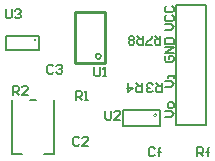
<source format=gto>
G04 Layer_Color=65535*
%FSLAX25Y25*%
%MOIN*%
G70*
G01*
G75*
%ADD17C,0.01000*%
%ADD25C,0.00394*%
%ADD26C,0.00787*%
%ADD27C,0.00591*%
%ADD28C,0.00500*%
D17*
X26221Y32953D02*
Y50118D01*
X36299D01*
Y32953D02*
Y50118D01*
X26221Y32953D02*
X36299D01*
D25*
X53543Y15748D02*
G03*
X53543Y15748I-591J0D01*
G01*
X13189Y40748D02*
G03*
X13189Y40748I-394J0D01*
G01*
D26*
X34822Y35315D02*
G03*
X34822Y35315I-885J0D01*
G01*
X59961Y52559D02*
X69961D01*
Y12559D02*
Y52559D01*
X59961Y12559D02*
Y52559D01*
Y12559D02*
X69961D01*
D27*
X54528Y12205D02*
Y17323D01*
X42323D02*
X54528D01*
X42323Y12205D02*
Y17323D01*
Y12205D02*
X54528D01*
X14173Y37402D02*
Y42126D01*
X3347D02*
X14173D01*
X3347Y37402D02*
Y42126D01*
Y37402D02*
X14173D01*
X15945Y2756D02*
X19094D01*
Y20669D01*
X5315Y2756D02*
X8465D01*
X5315D02*
Y20669D01*
X11220D02*
X13189D01*
D28*
X3150Y51031D02*
Y48531D01*
X3649Y48031D01*
X4649D01*
X5149Y48531D01*
Y51031D01*
X6149Y50531D02*
X6649Y51031D01*
X7648D01*
X8148Y50531D01*
Y50031D01*
X7648Y49531D01*
X7148D01*
X7648D01*
X8148Y49031D01*
Y48531D01*
X7648Y48031D01*
X6649D01*
X6149Y48531D01*
X36220Y17172D02*
Y14673D01*
X36720Y14173D01*
X37720D01*
X38220Y14673D01*
Y17172D01*
X41219Y14173D02*
X39219D01*
X41219Y16173D01*
Y16672D01*
X40719Y17172D01*
X39719D01*
X39219Y16672D01*
X56056Y44094D02*
X58055D01*
X59055Y45094D01*
X58055Y46094D01*
X56056D01*
X56556Y49093D02*
X56056Y48593D01*
Y47593D01*
X56556Y47094D01*
X58555D01*
X59055Y47593D01*
Y48593D01*
X58555Y49093D01*
X56556Y52092D02*
X56056Y51592D01*
Y50592D01*
X56556Y50093D01*
X58555D01*
X59055Y50592D01*
Y51592D01*
X58555Y52092D01*
X66929Y1969D02*
Y4968D01*
X68429D01*
X68928Y4468D01*
Y3468D01*
X68429Y2968D01*
X66929D01*
X67929D02*
X68928Y1969D01*
X70428D02*
Y4468D01*
Y3468D01*
X69928D01*
X70928D01*
X70428D01*
Y4468D01*
X70928Y4968D01*
X5512Y22441D02*
Y25440D01*
X7011D01*
X7511Y24940D01*
Y23941D01*
X7011Y23441D01*
X5512D01*
X6511D02*
X7511Y22441D01*
X10510D02*
X8511D01*
X10510Y24440D01*
Y24940D01*
X10010Y25440D01*
X9011D01*
X8511Y24940D01*
X26378Y20866D02*
Y23865D01*
X27878D01*
X28377Y23365D01*
Y22366D01*
X27878Y21866D01*
X26378D01*
X27378D02*
X28377Y20866D01*
X29377D02*
X30377D01*
X29877D01*
Y23865D01*
X29377Y23365D01*
X48425Y26378D02*
Y23379D01*
X46926D01*
X46426Y23879D01*
Y24878D01*
X46926Y25378D01*
X48425D01*
X47425D02*
X46426Y26378D01*
X43927D02*
Y23379D01*
X45426Y24878D01*
X43427D01*
X27590Y8011D02*
X27090Y8511D01*
X26090D01*
X25591Y8011D01*
Y6012D01*
X26090Y5512D01*
X27090D01*
X27590Y6012D01*
X30589Y5512D02*
X28590D01*
X30589Y7511D01*
Y8011D01*
X30089Y8511D01*
X29089D01*
X28590Y8011D01*
X18928Y32027D02*
X18429Y32527D01*
X17429D01*
X16929Y32027D01*
Y30027D01*
X17429Y29528D01*
X18429D01*
X18928Y30027D01*
X19928Y32027D02*
X20428Y32527D01*
X21428D01*
X21927Y32027D01*
Y31527D01*
X21428Y31027D01*
X20928D01*
X21428D01*
X21927Y30527D01*
Y30027D01*
X21428Y29528D01*
X20428D01*
X19928Y30027D01*
X52787Y4468D02*
X52287Y4967D01*
X51287D01*
X50787Y4468D01*
Y2468D01*
X51287Y1969D01*
X52287D01*
X52787Y2468D01*
X54286Y1969D02*
Y4468D01*
Y3468D01*
X53786D01*
X54786D01*
X54286D01*
Y4468D01*
X54786Y4967D01*
X55118Y26378D02*
Y23379D01*
X53619D01*
X53119Y23879D01*
Y24879D01*
X53619Y25378D01*
X55118D01*
X54118D02*
X53119Y26378D01*
X52119Y23879D02*
X51619Y23379D01*
X50620D01*
X50120Y23879D01*
Y24379D01*
X50620Y24879D01*
X51119D01*
X50620D01*
X50120Y25378D01*
Y25878D01*
X50620Y26378D01*
X51619D01*
X52119Y25878D01*
X54672Y42007D02*
Y39208D01*
X53273D01*
X52806Y39675D01*
Y40608D01*
X53273Y41074D01*
X54672D01*
X53739D02*
X52806Y42007D01*
X51873Y39208D02*
X50007D01*
Y39675D01*
X51873Y41541D01*
Y42007D01*
X48767Y42007D02*
Y39208D01*
X47367D01*
X46901Y39674D01*
Y40608D01*
X47367Y41074D01*
X48767D01*
X47834D02*
X46901Y42007D01*
X45968Y39674D02*
X45501Y39208D01*
X44568D01*
X44102Y39674D01*
Y40141D01*
X44568Y40608D01*
X44102Y41074D01*
Y41541D01*
X44568Y42007D01*
X45501D01*
X45968Y41541D01*
Y41074D01*
X45501Y40608D01*
X45968Y40141D01*
Y39674D01*
X45501Y40608D02*
X44568D01*
X32677Y31739D02*
Y29240D01*
X33177Y28740D01*
X34177D01*
X34677Y29240D01*
Y31739D01*
X35676Y28740D02*
X36676D01*
X36176D01*
Y31739D01*
X35676Y31239D01*
X56056Y14961D02*
X58055D01*
X59055Y15960D01*
X58055Y16960D01*
X56056D01*
X59055Y18460D02*
Y19459D01*
X58555Y19959D01*
X57556D01*
X57056Y19459D01*
Y18460D01*
X57556Y17960D01*
X58555D01*
X59055Y18460D01*
X56056Y25197D02*
X58055D01*
X59055Y26197D01*
X58055Y27196D01*
X56056D01*
X59055Y28196D02*
Y29196D01*
Y28696D01*
X57056D01*
Y28196D01*
X56556Y35464D02*
X56056Y34964D01*
Y33964D01*
X56556Y33465D01*
X58555D01*
X59055Y33964D01*
Y34964D01*
X58555Y35464D01*
X57556D01*
Y34464D01*
X59055Y36464D02*
X56056D01*
X59055Y38463D01*
X56056D01*
Y39463D02*
X59055D01*
Y40962D01*
X58555Y41462D01*
X56556D01*
X56056Y40962D01*
Y39463D01*
M02*

</source>
